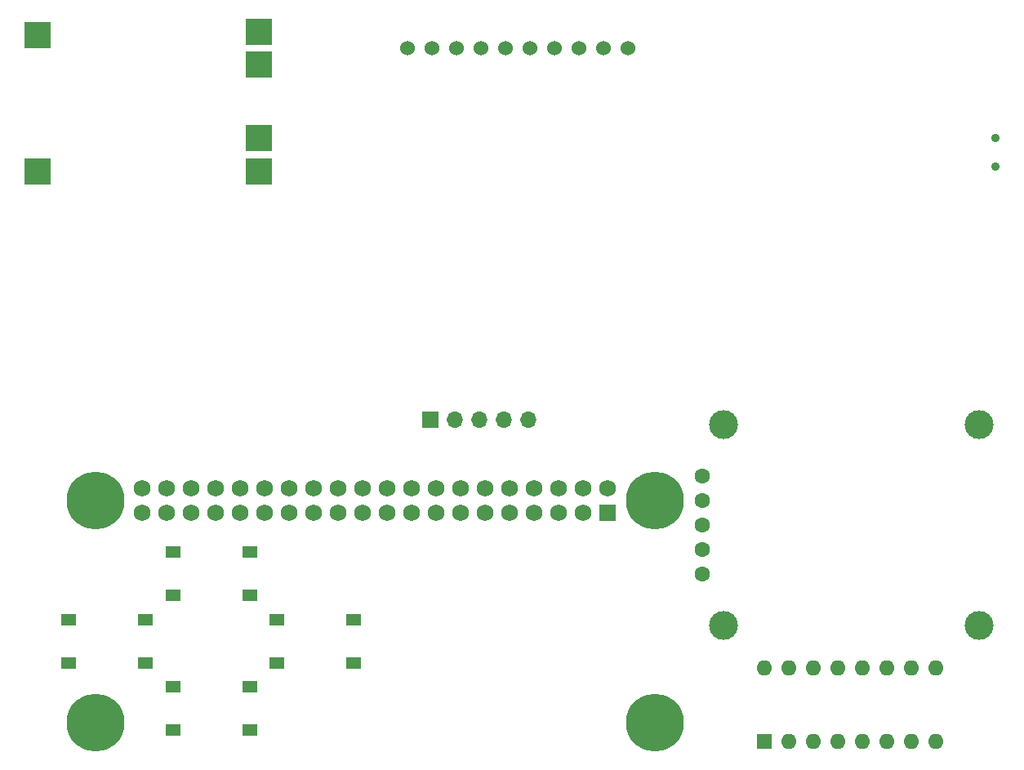
<source format=gts>
G04 #@! TF.FileFunction,Soldermask,Top*
%FSLAX46Y46*%
G04 Gerber Fmt 4.6, Leading zero omitted, Abs format (unit mm)*
G04 Created by KiCad (PCBNEW 4.0.6) date 10/22/17 23:17:58*
%MOMM*%
%LPD*%
G01*
G04 APERTURE LIST*
%ADD10C,0.150000*%
%ADD11C,1.524000*%
%ADD12C,6.000000*%
%ADD13C,2.750000*%
%ADD14R,1.727200X1.727200*%
%ADD15C,1.727200*%
%ADD16R,2.800000X2.800000*%
%ADD17C,0.900000*%
%ADD18R,1.600000X1.600000*%
%ADD19O,1.600000X1.600000*%
%ADD20R,1.700000X1.700000*%
%ADD21O,1.700000X1.700000*%
%ADD22C,3.000000*%
%ADD23C,1.600000*%
%ADD24R,1.550000X1.300000*%
G04 APERTURE END LIST*
D10*
D11*
X198564500Y-147231100D03*
X201104500Y-147231100D03*
X203644500Y-147231100D03*
X206184500Y-147231100D03*
X208724500Y-147231100D03*
X211264500Y-147231100D03*
X213804500Y-147231100D03*
X216344500Y-147231100D03*
X218884500Y-147231100D03*
X221424500Y-147231100D03*
D12*
X166211880Y-194159420D03*
X166211880Y-217159420D03*
X224211880Y-194159420D03*
D13*
X224211880Y-217159420D03*
X166211880Y-194159420D03*
X224211880Y-194159420D03*
X166211880Y-217159420D03*
D14*
X219341880Y-195429420D03*
D15*
X219341880Y-192889420D03*
X216801880Y-195429420D03*
X216801880Y-192889420D03*
X214261880Y-195429420D03*
X214261880Y-192889420D03*
X211721880Y-195429420D03*
X211721880Y-192889420D03*
X209181880Y-195429420D03*
X209181880Y-192889420D03*
X206641880Y-195429420D03*
X206641880Y-192889420D03*
X204101880Y-195429420D03*
X204101880Y-192889420D03*
X201561880Y-195429420D03*
X201561880Y-192889420D03*
X199021880Y-195429420D03*
X199021880Y-192889420D03*
X196481880Y-195429420D03*
X196481880Y-192889420D03*
X193941880Y-195429420D03*
X193941880Y-192889420D03*
X191401880Y-195429420D03*
X191401880Y-192889420D03*
X188861880Y-195429420D03*
X188861880Y-192889420D03*
X186321880Y-195429420D03*
X186321880Y-192889420D03*
X183781880Y-195429420D03*
X183781880Y-192889420D03*
X181241880Y-195429420D03*
X181241880Y-192889420D03*
X178701880Y-195429420D03*
X178701880Y-192889420D03*
X176161880Y-195429420D03*
X176161880Y-192889420D03*
X173621880Y-195429420D03*
X173621880Y-192889420D03*
X171081880Y-195429420D03*
X171081880Y-192889420D03*
D12*
X224211880Y-217159420D03*
D16*
X183151880Y-148929420D03*
X183151880Y-156529420D03*
X183151880Y-145529420D03*
X183151880Y-160029420D03*
X160251880Y-145829420D03*
X160251880Y-160029420D03*
D17*
X259541880Y-156509420D03*
X259541880Y-159509420D03*
D18*
X235611880Y-219059420D03*
D19*
X253391880Y-211439420D03*
X238151880Y-219059420D03*
X250851880Y-211439420D03*
X240691880Y-219059420D03*
X248311880Y-211439420D03*
X243231880Y-219059420D03*
X245771880Y-211439420D03*
X245771880Y-219059420D03*
X243231880Y-211439420D03*
X248311880Y-219059420D03*
X240691880Y-211439420D03*
X250851880Y-219059420D03*
X238151880Y-211439420D03*
X253391880Y-219059420D03*
X235611880Y-211439420D03*
D20*
X200911880Y-185759420D03*
D21*
X203451880Y-185759420D03*
X205991880Y-185759420D03*
X208531880Y-185759420D03*
X211071880Y-185759420D03*
D22*
X257811880Y-186259420D03*
X257811880Y-207059420D03*
X231311880Y-207059420D03*
X231311880Y-186259420D03*
D23*
X229151880Y-191544420D03*
X229151880Y-194084420D03*
X229151880Y-196624420D03*
X229151880Y-199164420D03*
X229151880Y-201704420D03*
D24*
X174261880Y-199484420D03*
X182211880Y-199484420D03*
X174261880Y-203984420D03*
X182211880Y-203984420D03*
X174261880Y-213454420D03*
X182211880Y-213454420D03*
X174261880Y-217954420D03*
X182211880Y-217954420D03*
X163466880Y-206469420D03*
X171416880Y-206469420D03*
X163466880Y-210969420D03*
X171416880Y-210969420D03*
X185056880Y-206469420D03*
X193006880Y-206469420D03*
X185056880Y-210969420D03*
X193006880Y-210969420D03*
M02*

</source>
